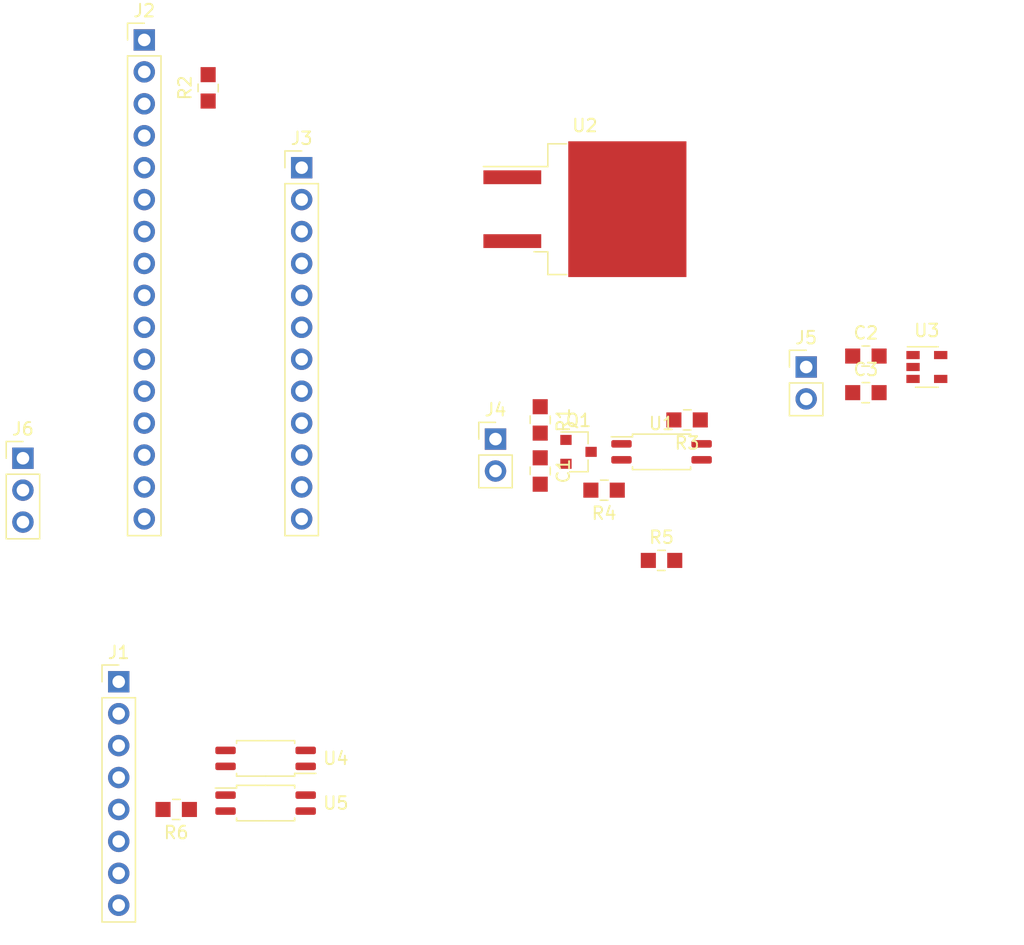
<source format=kicad_pcb>
(kicad_pcb (version 20171130) (host pcbnew 5.1.6-c6e7f7d~87~ubuntu16.04.1)

  (general
    (thickness 1.6)
    (drawings 0)
    (tracks 0)
    (zones 0)
    (modules 21)
    (nets 45)
  )

  (page A4)
  (layers
    (0 F.Cu signal)
    (31 B.Cu signal)
    (32 B.Adhes user)
    (33 F.Adhes user)
    (34 B.Paste user)
    (35 F.Paste user)
    (36 B.SilkS user)
    (37 F.SilkS user)
    (38 B.Mask user)
    (39 F.Mask user)
    (40 Dwgs.User user)
    (41 Cmts.User user)
    (42 Eco1.User user)
    (43 Eco2.User user)
    (44 Edge.Cuts user)
    (45 Margin user)
    (46 B.CrtYd user)
    (47 F.CrtYd user)
    (48 B.Fab user)
    (49 F.Fab user)
  )

  (setup
    (last_trace_width 0.25)
    (trace_clearance 0.2)
    (zone_clearance 0.508)
    (zone_45_only no)
    (trace_min 0.2)
    (via_size 0.8)
    (via_drill 0.4)
    (via_min_size 0.4)
    (via_min_drill 0.3)
    (uvia_size 0.3)
    (uvia_drill 0.1)
    (uvias_allowed no)
    (uvia_min_size 0.2)
    (uvia_min_drill 0.1)
    (edge_width 0.05)
    (segment_width 0.2)
    (pcb_text_width 0.3)
    (pcb_text_size 1.5 1.5)
    (mod_edge_width 0.12)
    (mod_text_size 1 1)
    (mod_text_width 0.15)
    (pad_size 1.524 1.524)
    (pad_drill 0.762)
    (pad_to_mask_clearance 0.05)
    (aux_axis_origin 0 0)
    (visible_elements FFFDFF7F)
    (pcbplotparams
      (layerselection 0x010fc_ffffffff)
      (usegerberextensions false)
      (usegerberattributes true)
      (usegerberadvancedattributes true)
      (creategerberjobfile true)
      (excludeedgelayer true)
      (linewidth 0.100000)
      (plotframeref false)
      (viasonmask false)
      (mode 1)
      (useauxorigin false)
      (hpglpennumber 1)
      (hpglpenspeed 20)
      (hpglpendiameter 15.000000)
      (psnegative false)
      (psa4output false)
      (plotreference true)
      (plotvalue true)
      (plotinvisibletext false)
      (padsonsilk false)
      (subtractmaskfromsilk false)
      (outputformat 1)
      (mirror false)
      (drillshape 1)
      (scaleselection 1)
      (outputdirectory ""))
  )

  (net 0 "")
  (net 1 "Net-(C1-Pad1)")
  (net 2 GND)
  (net 3 VM)
  (net 4 3V3_OUT)
  (net 5 SCL)
  (net 6 ~SLP)
  (net 7 1_TX)
  (net 8 0_RX)
  (net 9 14_MISO)
  (net 10 16_MOSI)
  (net 11 15_SCK)
  (net 12 23_A5)
  (net 13 22_A4)
  (net 14 21_A3)
  (net 15 20_A2)
  (net 16 19_A1)
  (net 17 18_A0)
  (net 18 ARf)
  (net 19 RST)
  (net 20 SDA)
  (net 21 5_PWM)
  (net 22 6)
  (net 23 9_PWM)
  (net 24 10_PWM)
  (net 25 11_PWM)
  (net 26 12)
  (net 27 13_GLED)
  (net 28 USB)
  (net 29 En)
  (net 30 BAT)
  (net 31 "Net-(Q1-Pad3)")
  (net 32 +12V)
  (net 33 "Net-(R4-Pad1)")
  (net 34 "Net-(C2-Pad1)")
  (net 35 +3V3)
  (net 36 "Net-(U3-Pad5)")
  (net 37 "Net-(U3-Pad4)")
  (net 38 "Net-(U3-Pad3)")
  (net 39 "Net-(U3-Pad2)")
  (net 40 "Net-(U3-Pad1)")
  (net 41 +5V)
  (net 42 ~FLT)
  (net 43 "Net-(R5-Pad2)")
  (net 44 "Net-(R6-Pad1)")

  (net_class Default "This is the default net class."
    (clearance 0.2)
    (trace_width 0.25)
    (via_dia 0.8)
    (via_drill 0.4)
    (uvia_dia 0.3)
    (uvia_drill 0.1)
    (add_net +12V)
    (add_net +3V3)
    (add_net +5V)
    (add_net 0_RX)
    (add_net 10_PWM)
    (add_net 11_PWM)
    (add_net 12)
    (add_net 13_GLED)
    (add_net 14_MISO)
    (add_net 15_SCK)
    (add_net 16_MOSI)
    (add_net 18_A0)
    (add_net 19_A1)
    (add_net 1_TX)
    (add_net 20_A2)
    (add_net 21_A3)
    (add_net 22_A4)
    (add_net 23_A5)
    (add_net 3V3_OUT)
    (add_net 5_PWM)
    (add_net 6)
    (add_net 9_PWM)
    (add_net ARf)
    (add_net BAT)
    (add_net En)
    (add_net GND)
    (add_net "Net-(C1-Pad1)")
    (add_net "Net-(C2-Pad1)")
    (add_net "Net-(Q1-Pad3)")
    (add_net "Net-(R4-Pad1)")
    (add_net "Net-(R5-Pad2)")
    (add_net "Net-(R6-Pad1)")
    (add_net "Net-(U3-Pad1)")
    (add_net "Net-(U3-Pad2)")
    (add_net "Net-(U3-Pad3)")
    (add_net "Net-(U3-Pad4)")
    (add_net "Net-(U3-Pad5)")
    (add_net RST)
    (add_net SCL)
    (add_net SDA)
    (add_net USB)
    (add_net VM)
    (add_net ~FLT)
    (add_net ~SLP)
  )

  (module Package_SO:SOP-4_4.4x2.6mm_P1.27mm (layer F.Cu) (tedit 5D9F72B1) (tstamp 5F41D55F)
    (at 123.952 143.256)
    (descr "SOP, 4 Pin (http://www.vishay.com/docs/83510/tcmt1100.pdf), generated with kicad-footprint-generator ipc_gullwing_generator.py")
    (tags "SOP SO")
    (path /5F4C527B)
    (attr smd)
    (fp_text reference U5 (at 5.588 0) (layer F.SilkS)
      (effects (font (size 1 1) (thickness 0.15)))
    )
    (fp_text value FODM217C (at 0 2.25) (layer F.Fab)
      (effects (font (size 1 1) (thickness 0.15)))
    )
    (fp_text user %R (at 0 0) (layer F.Fab)
      (effects (font (size 1 1) (thickness 0.15)))
    )
    (fp_line (start 0 1.41) (end 2.31 1.41) (layer F.SilkS) (width 0.12))
    (fp_line (start 2.31 1.41) (end 2.31 1.195) (layer F.SilkS) (width 0.12))
    (fp_line (start 0 1.41) (end -2.31 1.41) (layer F.SilkS) (width 0.12))
    (fp_line (start -2.31 1.41) (end -2.31 1.195) (layer F.SilkS) (width 0.12))
    (fp_line (start 0 -1.41) (end 2.31 -1.41) (layer F.SilkS) (width 0.12))
    (fp_line (start 2.31 -1.41) (end 2.31 -1.195) (layer F.SilkS) (width 0.12))
    (fp_line (start 0 -1.41) (end -2.31 -1.41) (layer F.SilkS) (width 0.12))
    (fp_line (start -2.31 -1.41) (end -2.31 -1.195) (layer F.SilkS) (width 0.12))
    (fp_line (start -2.31 -1.195) (end -4 -1.195) (layer F.SilkS) (width 0.12))
    (fp_line (start -1.55 -1.3) (end 2.2 -1.3) (layer F.Fab) (width 0.1))
    (fp_line (start 2.2 -1.3) (end 2.2 1.3) (layer F.Fab) (width 0.1))
    (fp_line (start 2.2 1.3) (end -2.2 1.3) (layer F.Fab) (width 0.1))
    (fp_line (start -2.2 1.3) (end -2.2 -0.65) (layer F.Fab) (width 0.1))
    (fp_line (start -2.2 -0.65) (end -1.55 -1.3) (layer F.Fab) (width 0.1))
    (fp_line (start -4.25 -1.55) (end -4.25 1.55) (layer F.CrtYd) (width 0.05))
    (fp_line (start -4.25 1.55) (end 4.25 1.55) (layer F.CrtYd) (width 0.05))
    (fp_line (start 4.25 1.55) (end 4.25 -1.55) (layer F.CrtYd) (width 0.05))
    (fp_line (start 4.25 -1.55) (end -4.25 -1.55) (layer F.CrtYd) (width 0.05))
    (pad 4 smd roundrect (at 3.1875 -0.635) (size 1.625 0.6) (layers F.Cu F.Paste F.Mask) (roundrect_rratio 0.25)
      (net 5 SCL))
    (pad 3 smd roundrect (at 3.1875 0.635) (size 1.625 0.6) (layers F.Cu F.Paste F.Mask) (roundrect_rratio 0.25)
      (net 2 GND))
    (pad 2 smd roundrect (at -3.1875 0.635) (size 1.625 0.6) (layers F.Cu F.Paste F.Mask) (roundrect_rratio 0.25)
      (net 44 "Net-(R6-Pad1)"))
    (pad 1 smd roundrect (at -3.1875 -0.635) (size 1.625 0.6) (layers F.Cu F.Paste F.Mask) (roundrect_rratio 0.25)
      (net 35 +3V3))
    (model ${KISYS3DMOD}/Package_SO.3dshapes/SOP-4_4.4x2.6mm_P1.27mm.wrl
      (at (xyz 0 0 0))
      (scale (xyz 1 1 1))
      (rotate (xyz 0 0 0))
    )
  )

  (module Package_SO:SOP-4_4.4x2.6mm_P1.27mm (layer F.Cu) (tedit 5D9F72B1) (tstamp 5F41CCD5)
    (at 123.952 139.7 180)
    (descr "SOP, 4 Pin (http://www.vishay.com/docs/83510/tcmt1100.pdf), generated with kicad-footprint-generator ipc_gullwing_generator.py")
    (tags "SOP SO")
    (path /5F4C0E6E)
    (attr smd)
    (fp_text reference U4 (at -5.588 0) (layer F.SilkS)
      (effects (font (size 1 1) (thickness 0.15)))
    )
    (fp_text value FODM217C (at 0 2.25) (layer F.Fab)
      (effects (font (size 1 1) (thickness 0.15)))
    )
    (fp_text user %R (at 0 0) (layer F.Fab)
      (effects (font (size 1 1) (thickness 0.15)))
    )
    (fp_line (start 0 1.41) (end 2.31 1.41) (layer F.SilkS) (width 0.12))
    (fp_line (start 2.31 1.41) (end 2.31 1.195) (layer F.SilkS) (width 0.12))
    (fp_line (start 0 1.41) (end -2.31 1.41) (layer F.SilkS) (width 0.12))
    (fp_line (start -2.31 1.41) (end -2.31 1.195) (layer F.SilkS) (width 0.12))
    (fp_line (start 0 -1.41) (end 2.31 -1.41) (layer F.SilkS) (width 0.12))
    (fp_line (start 2.31 -1.41) (end 2.31 -1.195) (layer F.SilkS) (width 0.12))
    (fp_line (start 0 -1.41) (end -2.31 -1.41) (layer F.SilkS) (width 0.12))
    (fp_line (start -2.31 -1.41) (end -2.31 -1.195) (layer F.SilkS) (width 0.12))
    (fp_line (start -2.31 -1.195) (end -4 -1.195) (layer F.SilkS) (width 0.12))
    (fp_line (start -1.55 -1.3) (end 2.2 -1.3) (layer F.Fab) (width 0.1))
    (fp_line (start 2.2 -1.3) (end 2.2 1.3) (layer F.Fab) (width 0.1))
    (fp_line (start 2.2 1.3) (end -2.2 1.3) (layer F.Fab) (width 0.1))
    (fp_line (start -2.2 1.3) (end -2.2 -0.65) (layer F.Fab) (width 0.1))
    (fp_line (start -2.2 -0.65) (end -1.55 -1.3) (layer F.Fab) (width 0.1))
    (fp_line (start -4.25 -1.55) (end -4.25 1.55) (layer F.CrtYd) (width 0.05))
    (fp_line (start -4.25 1.55) (end 4.25 1.55) (layer F.CrtYd) (width 0.05))
    (fp_line (start 4.25 1.55) (end 4.25 -1.55) (layer F.CrtYd) (width 0.05))
    (fp_line (start 4.25 -1.55) (end -4.25 -1.55) (layer F.CrtYd) (width 0.05))
    (pad 4 smd roundrect (at 3.1875 -0.635 180) (size 1.625 0.6) (layers F.Cu F.Paste F.Mask) (roundrect_rratio 0.25)
      (net 6 ~SLP))
    (pad 3 smd roundrect (at 3.1875 0.635 180) (size 1.625 0.6) (layers F.Cu F.Paste F.Mask) (roundrect_rratio 0.25)
      (net 2 GND))
    (pad 2 smd roundrect (at -3.1875 0.635 180) (size 1.625 0.6) (layers F.Cu F.Paste F.Mask) (roundrect_rratio 0.25)
      (net 2 GND))
    (pad 1 smd roundrect (at -3.1875 -0.635 180) (size 1.625 0.6) (layers F.Cu F.Paste F.Mask) (roundrect_rratio 0.25)
      (net 43 "Net-(R5-Pad2)"))
    (model ${KISYS3DMOD}/Package_SO.3dshapes/SOP-4_4.4x2.6mm_P1.27mm.wrl
      (at (xyz 0 0 0))
      (scale (xyz 1 1 1))
      (rotate (xyz 0 0 0))
    )
  )

  (module digikey-footprints:0805 (layer F.Cu) (tedit 5D288D36) (tstamp 5F41CC18)
    (at 116.84 143.764 180)
    (path /5F4CF50C)
    (attr smd)
    (fp_text reference R6 (at 0 -1.84) (layer F.SilkS)
      (effects (font (size 1 1) (thickness 0.15)))
    )
    (fp_text value 270 (at 0 1.95) (layer F.Fab)
      (effects (font (size 1 1) (thickness 0.15)))
    )
    (fp_line (start -1.9 0.93) (end 1.9 0.93) (layer F.CrtYd) (width 0.05))
    (fp_line (start -1.9 -0.93) (end 1.9 -0.93) (layer F.CrtYd) (width 0.05))
    (fp_line (start 1.9 0.93) (end 1.9 -0.93) (layer F.CrtYd) (width 0.05))
    (fp_line (start -1.9 0.93) (end -1.9 -0.93) (layer F.CrtYd) (width 0.05))
    (fp_line (start -0.32 0.8) (end 0.28 0.8) (layer F.SilkS) (width 0.12))
    (fp_line (start -0.3 -0.8) (end 0.3 -0.8) (layer F.SilkS) (width 0.12))
    (fp_line (start -0.95 0.68) (end 0.95 0.68) (layer F.Fab) (width 0.12))
    (fp_line (start -0.95 -0.68) (end 0.95 -0.68) (layer F.Fab) (width 0.12))
    (fp_line (start 0.95 -0.675) (end 0.95 0.675) (layer F.Fab) (width 0.12))
    (fp_line (start -0.95 -0.675) (end -0.95 0.675) (layer F.Fab) (width 0.12))
    (pad 1 smd rect (at -1.05 0 180) (size 1.2 1.2) (layers F.Cu F.Paste F.Mask)
      (net 44 "Net-(R6-Pad1)"))
    (pad 2 smd rect (at 1.05 0 180) (size 1.2 1.2) (layers F.Cu F.Paste F.Mask)
      (net 42 ~FLT))
  )

  (module digikey-footprints:0805 (layer F.Cu) (tedit 5D288D36) (tstamp 5F41CC08)
    (at 155.448 123.952)
    (path /5F4C46E8)
    (attr smd)
    (fp_text reference R5 (at 0 -1.84) (layer F.SilkS)
      (effects (font (size 1 1) (thickness 0.15)))
    )
    (fp_text value 1k (at 0 1.95) (layer F.Fab)
      (effects (font (size 1 1) (thickness 0.15)))
    )
    (fp_line (start -1.9 0.93) (end 1.9 0.93) (layer F.CrtYd) (width 0.05))
    (fp_line (start -1.9 -0.93) (end 1.9 -0.93) (layer F.CrtYd) (width 0.05))
    (fp_line (start 1.9 0.93) (end 1.9 -0.93) (layer F.CrtYd) (width 0.05))
    (fp_line (start -1.9 0.93) (end -1.9 -0.93) (layer F.CrtYd) (width 0.05))
    (fp_line (start -0.32 0.8) (end 0.28 0.8) (layer F.SilkS) (width 0.12))
    (fp_line (start -0.3 -0.8) (end 0.3 -0.8) (layer F.SilkS) (width 0.12))
    (fp_line (start -0.95 0.68) (end 0.95 0.68) (layer F.Fab) (width 0.12))
    (fp_line (start -0.95 -0.68) (end 0.95 -0.68) (layer F.Fab) (width 0.12))
    (fp_line (start 0.95 -0.675) (end 0.95 0.675) (layer F.Fab) (width 0.12))
    (fp_line (start -0.95 -0.675) (end -0.95 0.675) (layer F.Fab) (width 0.12))
    (pad 1 smd rect (at -1.05 0) (size 1.2 1.2) (layers F.Cu F.Paste F.Mask)
      (net 16 19_A1))
    (pad 2 smd rect (at 1.05 0) (size 1.2 1.2) (layers F.Cu F.Paste F.Mask)
      (net 43 "Net-(R5-Pad2)"))
  )

  (module Connector_PinHeader_2.54mm:PinHeader_1x03_P2.54mm_Vertical (layer F.Cu) (tedit 59FED5CC) (tstamp 5F41BF90)
    (at 104.648 115.824)
    (descr "Through hole straight pin header, 1x03, 2.54mm pitch, single row")
    (tags "Through hole pin header THT 1x03 2.54mm single row")
    (path /5F488D0C)
    (fp_text reference J6 (at 0 -2.33) (layer F.SilkS)
      (effects (font (size 1 1) (thickness 0.15)))
    )
    (fp_text value LCD (at 0 7.41) (layer F.Fab)
      (effects (font (size 1 1) (thickness 0.15)))
    )
    (fp_text user %R (at 0 2.54 90) (layer F.Fab)
      (effects (font (size 1 1) (thickness 0.15)))
    )
    (fp_line (start -0.635 -1.27) (end 1.27 -1.27) (layer F.Fab) (width 0.1))
    (fp_line (start 1.27 -1.27) (end 1.27 6.35) (layer F.Fab) (width 0.1))
    (fp_line (start 1.27 6.35) (end -1.27 6.35) (layer F.Fab) (width 0.1))
    (fp_line (start -1.27 6.35) (end -1.27 -0.635) (layer F.Fab) (width 0.1))
    (fp_line (start -1.27 -0.635) (end -0.635 -1.27) (layer F.Fab) (width 0.1))
    (fp_line (start -1.33 6.41) (end 1.33 6.41) (layer F.SilkS) (width 0.12))
    (fp_line (start -1.33 1.27) (end -1.33 6.41) (layer F.SilkS) (width 0.12))
    (fp_line (start 1.33 1.27) (end 1.33 6.41) (layer F.SilkS) (width 0.12))
    (fp_line (start -1.33 1.27) (end 1.33 1.27) (layer F.SilkS) (width 0.12))
    (fp_line (start -1.33 0) (end -1.33 -1.33) (layer F.SilkS) (width 0.12))
    (fp_line (start -1.33 -1.33) (end 0 -1.33) (layer F.SilkS) (width 0.12))
    (fp_line (start -1.8 -1.8) (end -1.8 6.85) (layer F.CrtYd) (width 0.05))
    (fp_line (start -1.8 6.85) (end 1.8 6.85) (layer F.CrtYd) (width 0.05))
    (fp_line (start 1.8 6.85) (end 1.8 -1.8) (layer F.CrtYd) (width 0.05))
    (fp_line (start 1.8 -1.8) (end -1.8 -1.8) (layer F.CrtYd) (width 0.05))
    (pad 3 thru_hole oval (at 0 5.08) (size 1.7 1.7) (drill 1) (layers *.Cu *.Mask)
      (net 2 GND))
    (pad 2 thru_hole oval (at 0 2.54) (size 1.7 1.7) (drill 1) (layers *.Cu *.Mask)
      (net 7 1_TX))
    (pad 1 thru_hole rect (at 0 0) (size 1.7 1.7) (drill 1) (layers *.Cu *.Mask)
      (net 41 +5V))
    (model ${KISYS3DMOD}/Connector_PinHeader_2.54mm.3dshapes/PinHeader_1x03_P2.54mm_Vertical.wrl
      (at (xyz 0 0 0))
      (scale (xyz 1 1 1))
      (rotate (xyz 0 0 0))
    )
  )

  (module Package_TO_SOT_SMD:SOT-23-5 (layer F.Cu) (tedit 5A02FF57) (tstamp 5F41BAB3)
    (at 176.554 108.566)
    (descr "5-pin SOT23 package")
    (tags SOT-23-5)
    (path /5F48B845)
    (attr smd)
    (fp_text reference U3 (at 0 -2.9) (layer F.SilkS)
      (effects (font (size 1 1) (thickness 0.15)))
    )
    (fp_text value SPX3819M5-L-5-0 (at 0 2.9) (layer F.Fab)
      (effects (font (size 1 1) (thickness 0.15)))
    )
    (fp_text user %R (at 0 0 90) (layer F.Fab)
      (effects (font (size 0.5 0.5) (thickness 0.075)))
    )
    (fp_line (start -0.9 1.61) (end 0.9 1.61) (layer F.SilkS) (width 0.12))
    (fp_line (start 0.9 -1.61) (end -1.55 -1.61) (layer F.SilkS) (width 0.12))
    (fp_line (start -1.9 -1.8) (end 1.9 -1.8) (layer F.CrtYd) (width 0.05))
    (fp_line (start 1.9 -1.8) (end 1.9 1.8) (layer F.CrtYd) (width 0.05))
    (fp_line (start 1.9 1.8) (end -1.9 1.8) (layer F.CrtYd) (width 0.05))
    (fp_line (start -1.9 1.8) (end -1.9 -1.8) (layer F.CrtYd) (width 0.05))
    (fp_line (start -0.9 -0.9) (end -0.25 -1.55) (layer F.Fab) (width 0.1))
    (fp_line (start 0.9 -1.55) (end -0.25 -1.55) (layer F.Fab) (width 0.1))
    (fp_line (start -0.9 -0.9) (end -0.9 1.55) (layer F.Fab) (width 0.1))
    (fp_line (start 0.9 1.55) (end -0.9 1.55) (layer F.Fab) (width 0.1))
    (fp_line (start 0.9 -1.55) (end 0.9 1.55) (layer F.Fab) (width 0.1))
    (pad 5 smd rect (at 1.1 -0.95) (size 1.06 0.65) (layers F.Cu F.Paste F.Mask)
      (net 36 "Net-(U3-Pad5)"))
    (pad 4 smd rect (at 1.1 0.95) (size 1.06 0.65) (layers F.Cu F.Paste F.Mask)
      (net 37 "Net-(U3-Pad4)"))
    (pad 3 smd rect (at -1.1 0.95) (size 1.06 0.65) (layers F.Cu F.Paste F.Mask)
      (net 38 "Net-(U3-Pad3)"))
    (pad 2 smd rect (at -1.1 0) (size 1.06 0.65) (layers F.Cu F.Paste F.Mask)
      (net 39 "Net-(U3-Pad2)"))
    (pad 1 smd rect (at -1.1 -0.95) (size 1.06 0.65) (layers F.Cu F.Paste F.Mask)
      (net 40 "Net-(U3-Pad1)"))
    (model ${KISYS3DMOD}/Package_TO_SOT_SMD.3dshapes/SOT-23-5.wrl
      (at (xyz 0 0 0))
      (scale (xyz 1 1 1))
      (rotate (xyz 0 0 0))
    )
  )

  (module Connector_PinHeader_2.54mm:PinHeader_1x02_P2.54mm_Vertical (layer F.Cu) (tedit 59FED5CC) (tstamp 5F41B9A7)
    (at 166.954 108.566)
    (descr "Through hole straight pin header, 1x02, 2.54mm pitch, single row")
    (tags "Through hole pin header THT 1x02 2.54mm single row")
    (path /5F47F0E8)
    (fp_text reference J5 (at 0 -2.33) (layer F.SilkS)
      (effects (font (size 1 1) (thickness 0.15)))
    )
    (fp_text value Power (at 0 4.87) (layer F.Fab)
      (effects (font (size 1 1) (thickness 0.15)))
    )
    (fp_text user %R (at 0 1.27 90) (layer F.Fab)
      (effects (font (size 1 1) (thickness 0.15)))
    )
    (fp_line (start -0.635 -1.27) (end 1.27 -1.27) (layer F.Fab) (width 0.1))
    (fp_line (start 1.27 -1.27) (end 1.27 3.81) (layer F.Fab) (width 0.1))
    (fp_line (start 1.27 3.81) (end -1.27 3.81) (layer F.Fab) (width 0.1))
    (fp_line (start -1.27 3.81) (end -1.27 -0.635) (layer F.Fab) (width 0.1))
    (fp_line (start -1.27 -0.635) (end -0.635 -1.27) (layer F.Fab) (width 0.1))
    (fp_line (start -1.33 3.87) (end 1.33 3.87) (layer F.SilkS) (width 0.12))
    (fp_line (start -1.33 1.27) (end -1.33 3.87) (layer F.SilkS) (width 0.12))
    (fp_line (start 1.33 1.27) (end 1.33 3.87) (layer F.SilkS) (width 0.12))
    (fp_line (start -1.33 1.27) (end 1.33 1.27) (layer F.SilkS) (width 0.12))
    (fp_line (start -1.33 0) (end -1.33 -1.33) (layer F.SilkS) (width 0.12))
    (fp_line (start -1.33 -1.33) (end 0 -1.33) (layer F.SilkS) (width 0.12))
    (fp_line (start -1.8 -1.8) (end -1.8 4.35) (layer F.CrtYd) (width 0.05))
    (fp_line (start -1.8 4.35) (end 1.8 4.35) (layer F.CrtYd) (width 0.05))
    (fp_line (start 1.8 4.35) (end 1.8 -1.8) (layer F.CrtYd) (width 0.05))
    (fp_line (start 1.8 -1.8) (end -1.8 -1.8) (layer F.CrtYd) (width 0.05))
    (pad 2 thru_hole oval (at 0 2.54) (size 1.7 1.7) (drill 1) (layers *.Cu *.Mask)
      (net 2 GND))
    (pad 1 thru_hole rect (at 0 0) (size 1.7 1.7) (drill 1) (layers *.Cu *.Mask)
      (net 34 "Net-(C2-Pad1)"))
    (model ${KISYS3DMOD}/Connector_PinHeader_2.54mm.3dshapes/PinHeader_1x02_P2.54mm_Vertical.wrl
      (at (xyz 0 0 0))
      (scale (xyz 1 1 1))
      (rotate (xyz 0 0 0))
    )
  )

  (module digikey-footprints:0805 (layer F.Cu) (tedit 5D288D36) (tstamp 5F41B8AD)
    (at 171.704 110.606)
    (path /5F483BF1)
    (attr smd)
    (fp_text reference C3 (at 0 -1.84) (layer F.SilkS)
      (effects (font (size 1 1) (thickness 0.15)))
    )
    (fp_text value C (at 0 1.95) (layer F.Fab)
      (effects (font (size 1 1) (thickness 0.15)))
    )
    (fp_line (start -1.9 0.93) (end 1.9 0.93) (layer F.CrtYd) (width 0.05))
    (fp_line (start -1.9 -0.93) (end 1.9 -0.93) (layer F.CrtYd) (width 0.05))
    (fp_line (start 1.9 0.93) (end 1.9 -0.93) (layer F.CrtYd) (width 0.05))
    (fp_line (start -1.9 0.93) (end -1.9 -0.93) (layer F.CrtYd) (width 0.05))
    (fp_line (start -0.32 0.8) (end 0.28 0.8) (layer F.SilkS) (width 0.12))
    (fp_line (start -0.3 -0.8) (end 0.3 -0.8) (layer F.SilkS) (width 0.12))
    (fp_line (start -0.95 0.68) (end 0.95 0.68) (layer F.Fab) (width 0.12))
    (fp_line (start -0.95 -0.68) (end 0.95 -0.68) (layer F.Fab) (width 0.12))
    (fp_line (start 0.95 -0.675) (end 0.95 0.675) (layer F.Fab) (width 0.12))
    (fp_line (start -0.95 -0.675) (end -0.95 0.675) (layer F.Fab) (width 0.12))
    (pad 1 smd rect (at -1.05 0) (size 1.2 1.2) (layers F.Cu F.Paste F.Mask)
      (net 32 +12V))
    (pad 2 smd rect (at 1.05 0) (size 1.2 1.2) (layers F.Cu F.Paste F.Mask)
      (net 2 GND))
  )

  (module digikey-footprints:0805 (layer F.Cu) (tedit 5D288D36) (tstamp 5F41B89D)
    (at 171.704 107.696)
    (path /5F4816DB)
    (attr smd)
    (fp_text reference C2 (at 0 -1.84) (layer F.SilkS)
      (effects (font (size 1 1) (thickness 0.15)))
    )
    (fp_text value C (at 0 1.95) (layer F.Fab)
      (effects (font (size 1 1) (thickness 0.15)))
    )
    (fp_line (start -1.9 0.93) (end 1.9 0.93) (layer F.CrtYd) (width 0.05))
    (fp_line (start -1.9 -0.93) (end 1.9 -0.93) (layer F.CrtYd) (width 0.05))
    (fp_line (start 1.9 0.93) (end 1.9 -0.93) (layer F.CrtYd) (width 0.05))
    (fp_line (start -1.9 0.93) (end -1.9 -0.93) (layer F.CrtYd) (width 0.05))
    (fp_line (start -0.32 0.8) (end 0.28 0.8) (layer F.SilkS) (width 0.12))
    (fp_line (start -0.3 -0.8) (end 0.3 -0.8) (layer F.SilkS) (width 0.12))
    (fp_line (start -0.95 0.68) (end 0.95 0.68) (layer F.Fab) (width 0.12))
    (fp_line (start -0.95 -0.68) (end 0.95 -0.68) (layer F.Fab) (width 0.12))
    (fp_line (start 0.95 -0.675) (end 0.95 0.675) (layer F.Fab) (width 0.12))
    (fp_line (start -0.95 -0.675) (end -0.95 0.675) (layer F.Fab) (width 0.12))
    (pad 1 smd rect (at -1.05 0) (size 1.2 1.2) (layers F.Cu F.Paste F.Mask)
      (net 34 "Net-(C2-Pad1)"))
    (pad 2 smd rect (at 1.05 0) (size 1.2 1.2) (layers F.Cu F.Paste F.Mask)
      (net 2 GND))
  )

  (module Package_TO_SOT_SMD:TO-263-2 (layer F.Cu) (tedit 5A70FB7B) (tstamp 5F41B5E8)
    (at 149.352 96.012)
    (descr "TO-263 / D2PAK / DDPAK SMD package, http://www.infineon.com/cms/en/product/packages/PG-TO263/PG-TO263-3-1/")
    (tags "D2PAK DDPAK TO-263 D2PAK-3 TO-263-3 SOT-404")
    (path /5F47CA29)
    (attr smd)
    (fp_text reference U2 (at 0 -6.65) (layer F.SilkS)
      (effects (font (size 1 1) (thickness 0.15)))
    )
    (fp_text value NCV8674 (at 0 6.65) (layer F.Fab)
      (effects (font (size 1 1) (thickness 0.15)))
    )
    (fp_text user %R (at 0 0) (layer F.Fab)
      (effects (font (size 1 1) (thickness 0.15)))
    )
    (fp_line (start 6.5 -5) (end 7.5 -5) (layer F.Fab) (width 0.1))
    (fp_line (start 7.5 -5) (end 7.5 5) (layer F.Fab) (width 0.1))
    (fp_line (start 7.5 5) (end 6.5 5) (layer F.Fab) (width 0.1))
    (fp_line (start 6.5 -5) (end 6.5 5) (layer F.Fab) (width 0.1))
    (fp_line (start 6.5 5) (end -2.75 5) (layer F.Fab) (width 0.1))
    (fp_line (start -2.75 5) (end -2.75 -4) (layer F.Fab) (width 0.1))
    (fp_line (start -2.75 -4) (end -1.75 -5) (layer F.Fab) (width 0.1))
    (fp_line (start -1.75 -5) (end 6.5 -5) (layer F.Fab) (width 0.1))
    (fp_line (start -2.75 -3.04) (end -7.45 -3.04) (layer F.Fab) (width 0.1))
    (fp_line (start -7.45 -3.04) (end -7.45 -2.04) (layer F.Fab) (width 0.1))
    (fp_line (start -7.45 -2.04) (end -2.75 -2.04) (layer F.Fab) (width 0.1))
    (fp_line (start -2.75 2.04) (end -7.45 2.04) (layer F.Fab) (width 0.1))
    (fp_line (start -7.45 2.04) (end -7.45 3.04) (layer F.Fab) (width 0.1))
    (fp_line (start -7.45 3.04) (end -2.75 3.04) (layer F.Fab) (width 0.1))
    (fp_line (start -1.45 -5.2) (end -2.95 -5.2) (layer F.SilkS) (width 0.12))
    (fp_line (start -2.95 -5.2) (end -2.95 -3.39) (layer F.SilkS) (width 0.12))
    (fp_line (start -2.95 -3.39) (end -8.075 -3.39) (layer F.SilkS) (width 0.12))
    (fp_line (start -1.45 5.2) (end -2.95 5.2) (layer F.SilkS) (width 0.12))
    (fp_line (start -2.95 5.2) (end -2.95 3.39) (layer F.SilkS) (width 0.12))
    (fp_line (start -2.95 3.39) (end -4.05 3.39) (layer F.SilkS) (width 0.12))
    (fp_line (start -8.32 -5.65) (end -8.32 5.65) (layer F.CrtYd) (width 0.05))
    (fp_line (start -8.32 5.65) (end 8.32 5.65) (layer F.CrtYd) (width 0.05))
    (fp_line (start 8.32 5.65) (end 8.32 -5.65) (layer F.CrtYd) (width 0.05))
    (fp_line (start 8.32 -5.65) (end -8.32 -5.65) (layer F.CrtYd) (width 0.05))
    (pad "" smd rect (at 0.95 2.775) (size 4.55 5.25) (layers F.Paste))
    (pad "" smd rect (at 5.8 -2.775) (size 4.55 5.25) (layers F.Paste))
    (pad "" smd rect (at 0.95 -2.775) (size 4.55 5.25) (layers F.Paste))
    (pad "" smd rect (at 5.8 2.775) (size 4.55 5.25) (layers F.Paste))
    (pad 2 smd rect (at 3.375 0) (size 9.4 10.8) (layers F.Cu F.Mask)
      (net 2 GND))
    (pad 3 smd rect (at -5.775 2.54) (size 4.6 1.1) (layers F.Cu F.Paste F.Mask)
      (net 32 +12V))
    (pad 1 smd rect (at -5.775 -2.54) (size 4.6 1.1) (layers F.Cu F.Paste F.Mask)
      (net 34 "Net-(C2-Pad1)"))
    (model ${KISYS3DMOD}/Package_TO_SOT_SMD.3dshapes/TO-263-2.wrl
      (at (xyz 0 0 0))
      (scale (xyz 1 1 1))
      (rotate (xyz 0 0 0))
    )
  )

  (module Package_SO:SOP-4_4.4x2.6mm_P1.27mm (layer F.Cu) (tedit 5D9F72B1) (tstamp 5F41B080)
    (at 155.448 115.316)
    (descr "SOP, 4 Pin (http://www.vishay.com/docs/83510/tcmt1100.pdf), generated with kicad-footprint-generator ipc_gullwing_generator.py")
    (tags "SOP SO")
    (path /5F46B270)
    (attr smd)
    (fp_text reference U1 (at 0 -2.25) (layer F.SilkS)
      (effects (font (size 1 1) (thickness 0.15)))
    )
    (fp_text value FODM217C (at 0 2.25) (layer F.Fab)
      (effects (font (size 1 1) (thickness 0.15)))
    )
    (fp_text user %R (at 0 0) (layer F.Fab)
      (effects (font (size 1 1) (thickness 0.15)))
    )
    (fp_line (start 0 1.41) (end 2.31 1.41) (layer F.SilkS) (width 0.12))
    (fp_line (start 2.31 1.41) (end 2.31 1.195) (layer F.SilkS) (width 0.12))
    (fp_line (start 0 1.41) (end -2.31 1.41) (layer F.SilkS) (width 0.12))
    (fp_line (start -2.31 1.41) (end -2.31 1.195) (layer F.SilkS) (width 0.12))
    (fp_line (start 0 -1.41) (end 2.31 -1.41) (layer F.SilkS) (width 0.12))
    (fp_line (start 2.31 -1.41) (end 2.31 -1.195) (layer F.SilkS) (width 0.12))
    (fp_line (start 0 -1.41) (end -2.31 -1.41) (layer F.SilkS) (width 0.12))
    (fp_line (start -2.31 -1.41) (end -2.31 -1.195) (layer F.SilkS) (width 0.12))
    (fp_line (start -2.31 -1.195) (end -4 -1.195) (layer F.SilkS) (width 0.12))
    (fp_line (start -1.55 -1.3) (end 2.2 -1.3) (layer F.Fab) (width 0.1))
    (fp_line (start 2.2 -1.3) (end 2.2 1.3) (layer F.Fab) (width 0.1))
    (fp_line (start 2.2 1.3) (end -2.2 1.3) (layer F.Fab) (width 0.1))
    (fp_line (start -2.2 1.3) (end -2.2 -0.65) (layer F.Fab) (width 0.1))
    (fp_line (start -2.2 -0.65) (end -1.55 -1.3) (layer F.Fab) (width 0.1))
    (fp_line (start -4.25 -1.55) (end -4.25 1.55) (layer F.CrtYd) (width 0.05))
    (fp_line (start -4.25 1.55) (end 4.25 1.55) (layer F.CrtYd) (width 0.05))
    (fp_line (start 4.25 1.55) (end 4.25 -1.55) (layer F.CrtYd) (width 0.05))
    (fp_line (start 4.25 -1.55) (end -4.25 -1.55) (layer F.CrtYd) (width 0.05))
    (pad 4 smd roundrect (at 3.1875 -0.635) (size 1.625 0.6) (layers F.Cu F.Paste F.Mask) (roundrect_rratio 0.25)
      (net 8 0_RX))
    (pad 3 smd roundrect (at 3.1875 0.635) (size 1.625 0.6) (layers F.Cu F.Paste F.Mask) (roundrect_rratio 0.25)
      (net 2 GND))
    (pad 2 smd roundrect (at -3.1875 0.635) (size 1.625 0.6) (layers F.Cu F.Paste F.Mask) (roundrect_rratio 0.25)
      (net 33 "Net-(R4-Pad1)"))
    (pad 1 smd roundrect (at -3.1875 -0.635) (size 1.625 0.6) (layers F.Cu F.Paste F.Mask) (roundrect_rratio 0.25)
      (net 32 +12V))
    (model ${KISYS3DMOD}/Package_SO.3dshapes/SOP-4_4.4x2.6mm_P1.27mm.wrl
      (at (xyz 0 0 0))
      (scale (xyz 1 1 1))
      (rotate (xyz 0 0 0))
    )
  )

  (module digikey-footprints:0805 (layer F.Cu) (tedit 5D288D36) (tstamp 5F41A524)
    (at 150.876 118.364 180)
    (path /5F42C00E)
    (attr smd)
    (fp_text reference R4 (at 0 -1.84) (layer F.SilkS)
      (effects (font (size 1 1) (thickness 0.15)))
    )
    (fp_text value 1k (at 0 1.95) (layer F.Fab)
      (effects (font (size 1 1) (thickness 0.15)))
    )
    (fp_line (start -1.9 0.93) (end 1.9 0.93) (layer F.CrtYd) (width 0.05))
    (fp_line (start -1.9 -0.93) (end 1.9 -0.93) (layer F.CrtYd) (width 0.05))
    (fp_line (start 1.9 0.93) (end 1.9 -0.93) (layer F.CrtYd) (width 0.05))
    (fp_line (start -1.9 0.93) (end -1.9 -0.93) (layer F.CrtYd) (width 0.05))
    (fp_line (start -0.32 0.8) (end 0.28 0.8) (layer F.SilkS) (width 0.12))
    (fp_line (start -0.3 -0.8) (end 0.3 -0.8) (layer F.SilkS) (width 0.12))
    (fp_line (start -0.95 0.68) (end 0.95 0.68) (layer F.Fab) (width 0.12))
    (fp_line (start -0.95 -0.68) (end 0.95 -0.68) (layer F.Fab) (width 0.12))
    (fp_line (start 0.95 -0.675) (end 0.95 0.675) (layer F.Fab) (width 0.12))
    (fp_line (start -0.95 -0.675) (end -0.95 0.675) (layer F.Fab) (width 0.12))
    (pad 1 smd rect (at -1.05 0 180) (size 1.2 1.2) (layers F.Cu F.Paste F.Mask)
      (net 33 "Net-(R4-Pad1)"))
    (pad 2 smd rect (at 1.05 0 180) (size 1.2 1.2) (layers F.Cu F.Paste F.Mask)
      (net 31 "Net-(Q1-Pad3)"))
  )

  (module digikey-footprints:0805 (layer F.Cu) (tedit 5D288D36) (tstamp 5F41A514)
    (at 157.48 112.776 180)
    (path /5F45375C)
    (attr smd)
    (fp_text reference R3 (at 0 -1.84) (layer F.SilkS)
      (effects (font (size 1 1) (thickness 0.15)))
    )
    (fp_text value 10k (at 0 1.95) (layer F.Fab)
      (effects (font (size 1 1) (thickness 0.15)))
    )
    (fp_line (start -1.9 0.93) (end 1.9 0.93) (layer F.CrtYd) (width 0.05))
    (fp_line (start -1.9 -0.93) (end 1.9 -0.93) (layer F.CrtYd) (width 0.05))
    (fp_line (start 1.9 0.93) (end 1.9 -0.93) (layer F.CrtYd) (width 0.05))
    (fp_line (start -1.9 0.93) (end -1.9 -0.93) (layer F.CrtYd) (width 0.05))
    (fp_line (start -0.32 0.8) (end 0.28 0.8) (layer F.SilkS) (width 0.12))
    (fp_line (start -0.3 -0.8) (end 0.3 -0.8) (layer F.SilkS) (width 0.12))
    (fp_line (start -0.95 0.68) (end 0.95 0.68) (layer F.Fab) (width 0.12))
    (fp_line (start -0.95 -0.68) (end 0.95 -0.68) (layer F.Fab) (width 0.12))
    (fp_line (start 0.95 -0.675) (end 0.95 0.675) (layer F.Fab) (width 0.12))
    (fp_line (start -0.95 -0.675) (end -0.95 0.675) (layer F.Fab) (width 0.12))
    (pad 1 smd rect (at -1.05 0 180) (size 1.2 1.2) (layers F.Cu F.Paste F.Mask)
      (net 8 0_RX))
    (pad 2 smd rect (at 1.05 0 180) (size 1.2 1.2) (layers F.Cu F.Paste F.Mask)
      (net 35 +3V3))
  )

  (module digikey-footprints:0805 (layer F.Cu) (tedit 5D288D36) (tstamp 5F41A504)
    (at 119.38 86.36 90)
    (path /5F462174)
    (attr smd)
    (fp_text reference R2 (at 0 -1.84 90) (layer F.SilkS)
      (effects (font (size 1 1) (thickness 0.15)))
    )
    (fp_text value 10k (at 0 1.95 90) (layer F.Fab)
      (effects (font (size 1 1) (thickness 0.15)))
    )
    (fp_line (start -1.9 0.93) (end 1.9 0.93) (layer F.CrtYd) (width 0.05))
    (fp_line (start -1.9 -0.93) (end 1.9 -0.93) (layer F.CrtYd) (width 0.05))
    (fp_line (start 1.9 0.93) (end 1.9 -0.93) (layer F.CrtYd) (width 0.05))
    (fp_line (start -1.9 0.93) (end -1.9 -0.93) (layer F.CrtYd) (width 0.05))
    (fp_line (start -0.32 0.8) (end 0.28 0.8) (layer F.SilkS) (width 0.12))
    (fp_line (start -0.3 -0.8) (end 0.3 -0.8) (layer F.SilkS) (width 0.12))
    (fp_line (start -0.95 0.68) (end 0.95 0.68) (layer F.Fab) (width 0.12))
    (fp_line (start -0.95 -0.68) (end 0.95 -0.68) (layer F.Fab) (width 0.12))
    (fp_line (start 0.95 -0.675) (end 0.95 0.675) (layer F.Fab) (width 0.12))
    (fp_line (start -0.95 -0.675) (end -0.95 0.675) (layer F.Fab) (width 0.12))
    (pad 1 smd rect (at -1.05 0 90) (size 1.2 1.2) (layers F.Cu F.Paste F.Mask)
      (net 5 SCL))
    (pad 2 smd rect (at 1.05 0 90) (size 1.2 1.2) (layers F.Cu F.Paste F.Mask)
      (net 35 +3V3))
  )

  (module digikey-footprints:0805 (layer F.Cu) (tedit 5D288D36) (tstamp 5F41A4F4)
    (at 145.796 112.776 270)
    (path /5F41FF3E)
    (attr smd)
    (fp_text reference R1 (at 0 -1.84 90) (layer F.SilkS)
      (effects (font (size 1 1) (thickness 0.15)))
    )
    (fp_text value 10k (at 0 1.95 90) (layer F.Fab)
      (effects (font (size 1 1) (thickness 0.15)))
    )
    (fp_line (start -1.9 0.93) (end 1.9 0.93) (layer F.CrtYd) (width 0.05))
    (fp_line (start -1.9 -0.93) (end 1.9 -0.93) (layer F.CrtYd) (width 0.05))
    (fp_line (start 1.9 0.93) (end 1.9 -0.93) (layer F.CrtYd) (width 0.05))
    (fp_line (start -1.9 0.93) (end -1.9 -0.93) (layer F.CrtYd) (width 0.05))
    (fp_line (start -0.32 0.8) (end 0.28 0.8) (layer F.SilkS) (width 0.12))
    (fp_line (start -0.3 -0.8) (end 0.3 -0.8) (layer F.SilkS) (width 0.12))
    (fp_line (start -0.95 0.68) (end 0.95 0.68) (layer F.Fab) (width 0.12))
    (fp_line (start -0.95 -0.68) (end 0.95 -0.68) (layer F.Fab) (width 0.12))
    (fp_line (start 0.95 -0.675) (end 0.95 0.675) (layer F.Fab) (width 0.12))
    (fp_line (start -0.95 -0.675) (end -0.95 0.675) (layer F.Fab) (width 0.12))
    (pad 1 smd rect (at -1.05 0 270) (size 1.2 1.2) (layers F.Cu F.Paste F.Mask)
      (net 32 +12V))
    (pad 2 smd rect (at 1.05 0 270) (size 1.2 1.2) (layers F.Cu F.Paste F.Mask)
      (net 1 "Net-(C1-Pad1)"))
  )

  (module Package_TO_SOT_SMD:SOT-23 (layer F.Cu) (tedit 5A02FF57) (tstamp 5F41A4E4)
    (at 148.844 115.316)
    (descr "SOT-23, Standard")
    (tags SOT-23)
    (path /5F4281A4)
    (attr smd)
    (fp_text reference Q1 (at 0 -2.5) (layer F.SilkS)
      (effects (font (size 1 1) (thickness 0.15)))
    )
    (fp_text value DMG3414U (at 0 2.5) (layer F.Fab)
      (effects (font (size 1 1) (thickness 0.15)))
    )
    (fp_text user %R (at 0 0 90) (layer F.Fab)
      (effects (font (size 0.5 0.5) (thickness 0.075)))
    )
    (fp_line (start -0.7 -0.95) (end -0.7 1.5) (layer F.Fab) (width 0.1))
    (fp_line (start -0.15 -1.52) (end 0.7 -1.52) (layer F.Fab) (width 0.1))
    (fp_line (start -0.7 -0.95) (end -0.15 -1.52) (layer F.Fab) (width 0.1))
    (fp_line (start 0.7 -1.52) (end 0.7 1.52) (layer F.Fab) (width 0.1))
    (fp_line (start -0.7 1.52) (end 0.7 1.52) (layer F.Fab) (width 0.1))
    (fp_line (start 0.76 1.58) (end 0.76 0.65) (layer F.SilkS) (width 0.12))
    (fp_line (start 0.76 -1.58) (end 0.76 -0.65) (layer F.SilkS) (width 0.12))
    (fp_line (start -1.7 -1.75) (end 1.7 -1.75) (layer F.CrtYd) (width 0.05))
    (fp_line (start 1.7 -1.75) (end 1.7 1.75) (layer F.CrtYd) (width 0.05))
    (fp_line (start 1.7 1.75) (end -1.7 1.75) (layer F.CrtYd) (width 0.05))
    (fp_line (start -1.7 1.75) (end -1.7 -1.75) (layer F.CrtYd) (width 0.05))
    (fp_line (start 0.76 -1.58) (end -1.4 -1.58) (layer F.SilkS) (width 0.12))
    (fp_line (start 0.76 1.58) (end -0.7 1.58) (layer F.SilkS) (width 0.12))
    (pad 3 smd rect (at 1 0) (size 0.9 0.8) (layers F.Cu F.Paste F.Mask)
      (net 31 "Net-(Q1-Pad3)"))
    (pad 2 smd rect (at -1 0.95) (size 0.9 0.8) (layers F.Cu F.Paste F.Mask)
      (net 2 GND))
    (pad 1 smd rect (at -1 -0.95) (size 0.9 0.8) (layers F.Cu F.Paste F.Mask)
      (net 1 "Net-(C1-Pad1)"))
    (model ${KISYS3DMOD}/Package_TO_SOT_SMD.3dshapes/SOT-23.wrl
      (at (xyz 0 0 0))
      (scale (xyz 1 1 1))
      (rotate (xyz 0 0 0))
    )
  )

  (module Connector_PinHeader_2.54mm:PinHeader_1x02_P2.54mm_Vertical (layer F.Cu) (tedit 59FED5CC) (tstamp 5F41A4CF)
    (at 142.24 114.3)
    (descr "Through hole straight pin header, 1x02, 2.54mm pitch, single row")
    (tags "Through hole pin header THT 1x02 2.54mm single row")
    (path /5F425A7B)
    (fp_text reference J4 (at 0 -2.33) (layer F.SilkS)
      (effects (font (size 1 1) (thickness 0.15)))
    )
    (fp_text value Sensor (at 0 4.87) (layer F.Fab)
      (effects (font (size 1 1) (thickness 0.15)))
    )
    (fp_text user %R (at 0 1.27 90) (layer F.Fab)
      (effects (font (size 1 1) (thickness 0.15)))
    )
    (fp_line (start -0.635 -1.27) (end 1.27 -1.27) (layer F.Fab) (width 0.1))
    (fp_line (start 1.27 -1.27) (end 1.27 3.81) (layer F.Fab) (width 0.1))
    (fp_line (start 1.27 3.81) (end -1.27 3.81) (layer F.Fab) (width 0.1))
    (fp_line (start -1.27 3.81) (end -1.27 -0.635) (layer F.Fab) (width 0.1))
    (fp_line (start -1.27 -0.635) (end -0.635 -1.27) (layer F.Fab) (width 0.1))
    (fp_line (start -1.33 3.87) (end 1.33 3.87) (layer F.SilkS) (width 0.12))
    (fp_line (start -1.33 1.27) (end -1.33 3.87) (layer F.SilkS) (width 0.12))
    (fp_line (start 1.33 1.27) (end 1.33 3.87) (layer F.SilkS) (width 0.12))
    (fp_line (start -1.33 1.27) (end 1.33 1.27) (layer F.SilkS) (width 0.12))
    (fp_line (start -1.33 0) (end -1.33 -1.33) (layer F.SilkS) (width 0.12))
    (fp_line (start -1.33 -1.33) (end 0 -1.33) (layer F.SilkS) (width 0.12))
    (fp_line (start -1.8 -1.8) (end -1.8 4.35) (layer F.CrtYd) (width 0.05))
    (fp_line (start -1.8 4.35) (end 1.8 4.35) (layer F.CrtYd) (width 0.05))
    (fp_line (start 1.8 4.35) (end 1.8 -1.8) (layer F.CrtYd) (width 0.05))
    (fp_line (start 1.8 -1.8) (end -1.8 -1.8) (layer F.CrtYd) (width 0.05))
    (pad 2 thru_hole oval (at 0 2.54) (size 1.7 1.7) (drill 1) (layers *.Cu *.Mask)
      (net 2 GND))
    (pad 1 thru_hole rect (at 0 0) (size 1.7 1.7) (drill 1) (layers *.Cu *.Mask)
      (net 1 "Net-(C1-Pad1)"))
    (model ${KISYS3DMOD}/Connector_PinHeader_2.54mm.3dshapes/PinHeader_1x02_P2.54mm_Vertical.wrl
      (at (xyz 0 0 0))
      (scale (xyz 1 1 1))
      (rotate (xyz 0 0 0))
    )
  )

  (module Connector_PinHeader_2.54mm:PinHeader_1x12_P2.54mm_Vertical (layer F.Cu) (tedit 59FED5CC) (tstamp 5F41A4B9)
    (at 126.82 92.71)
    (descr "Through hole straight pin header, 1x12, 2.54mm pitch, single row")
    (tags "Through hole pin header THT 1x12 2.54mm single row")
    (path /5F435BC0)
    (fp_text reference J3 (at 0 -2.33) (layer F.SilkS)
      (effects (font (size 1 1) (thickness 0.15)))
    )
    (fp_text value feather32u4 (at 0 30.27) (layer F.Fab)
      (effects (font (size 1 1) (thickness 0.15)))
    )
    (fp_text user %R (at 0 13.97 90) (layer F.Fab)
      (effects (font (size 1 1) (thickness 0.15)))
    )
    (fp_line (start -0.635 -1.27) (end 1.27 -1.27) (layer F.Fab) (width 0.1))
    (fp_line (start 1.27 -1.27) (end 1.27 29.21) (layer F.Fab) (width 0.1))
    (fp_line (start 1.27 29.21) (end -1.27 29.21) (layer F.Fab) (width 0.1))
    (fp_line (start -1.27 29.21) (end -1.27 -0.635) (layer F.Fab) (width 0.1))
    (fp_line (start -1.27 -0.635) (end -0.635 -1.27) (layer F.Fab) (width 0.1))
    (fp_line (start -1.33 29.27) (end 1.33 29.27) (layer F.SilkS) (width 0.12))
    (fp_line (start -1.33 1.27) (end -1.33 29.27) (layer F.SilkS) (width 0.12))
    (fp_line (start 1.33 1.27) (end 1.33 29.27) (layer F.SilkS) (width 0.12))
    (fp_line (start -1.33 1.27) (end 1.33 1.27) (layer F.SilkS) (width 0.12))
    (fp_line (start -1.33 0) (end -1.33 -1.33) (layer F.SilkS) (width 0.12))
    (fp_line (start -1.33 -1.33) (end 0 -1.33) (layer F.SilkS) (width 0.12))
    (fp_line (start -1.8 -1.8) (end -1.8 29.75) (layer F.CrtYd) (width 0.05))
    (fp_line (start -1.8 29.75) (end 1.8 29.75) (layer F.CrtYd) (width 0.05))
    (fp_line (start 1.8 29.75) (end 1.8 -1.8) (layer F.CrtYd) (width 0.05))
    (fp_line (start 1.8 -1.8) (end -1.8 -1.8) (layer F.CrtYd) (width 0.05))
    (pad 12 thru_hole oval (at 0 27.94) (size 1.7 1.7) (drill 1) (layers *.Cu *.Mask)
      (net 20 SDA))
    (pad 11 thru_hole oval (at 0 25.4) (size 1.7 1.7) (drill 1) (layers *.Cu *.Mask)
      (net 5 SCL))
    (pad 10 thru_hole oval (at 0 22.86) (size 1.7 1.7) (drill 1) (layers *.Cu *.Mask)
      (net 21 5_PWM))
    (pad 9 thru_hole oval (at 0 20.32) (size 1.7 1.7) (drill 1) (layers *.Cu *.Mask)
      (net 22 6))
    (pad 8 thru_hole oval (at 0 17.78) (size 1.7 1.7) (drill 1) (layers *.Cu *.Mask)
      (net 23 9_PWM))
    (pad 7 thru_hole oval (at 0 15.24) (size 1.7 1.7) (drill 1) (layers *.Cu *.Mask)
      (net 24 10_PWM))
    (pad 6 thru_hole oval (at 0 12.7) (size 1.7 1.7) (drill 1) (layers *.Cu *.Mask)
      (net 25 11_PWM))
    (pad 5 thru_hole oval (at 0 10.16) (size 1.7 1.7) (drill 1) (layers *.Cu *.Mask)
      (net 26 12))
    (pad 4 thru_hole oval (at 0 7.62) (size 1.7 1.7) (drill 1) (layers *.Cu *.Mask)
      (net 27 13_GLED))
    (pad 3 thru_hole oval (at 0 5.08) (size 1.7 1.7) (drill 1) (layers *.Cu *.Mask)
      (net 28 USB))
    (pad 2 thru_hole oval (at 0 2.54) (size 1.7 1.7) (drill 1) (layers *.Cu *.Mask)
      (net 29 En))
    (pad 1 thru_hole rect (at 0 0) (size 1.7 1.7) (drill 1) (layers *.Cu *.Mask)
      (net 30 BAT))
    (model ${KISYS3DMOD}/Connector_PinHeader_2.54mm.3dshapes/PinHeader_1x12_P2.54mm_Vertical.wrl
      (at (xyz 0 0 0))
      (scale (xyz 1 1 1))
      (rotate (xyz 0 0 0))
    )
  )

  (module Connector_PinHeader_2.54mm:PinHeader_1x16_P2.54mm_Vertical (layer F.Cu) (tedit 59FED5CC) (tstamp 5F41A499)
    (at 114.3 82.55)
    (descr "Through hole straight pin header, 1x16, 2.54mm pitch, single row")
    (tags "Through hole pin header THT 1x16 2.54mm single row")
    (path /5F4331FA)
    (fp_text reference J2 (at 0 -2.33) (layer F.SilkS)
      (effects (font (size 1 1) (thickness 0.15)))
    )
    (fp_text value feather32u4 (at 0 40.43) (layer F.Fab)
      (effects (font (size 1 1) (thickness 0.15)))
    )
    (fp_text user %R (at 0 19.05 90) (layer F.Fab)
      (effects (font (size 1 1) (thickness 0.15)))
    )
    (fp_line (start -0.635 -1.27) (end 1.27 -1.27) (layer F.Fab) (width 0.1))
    (fp_line (start 1.27 -1.27) (end 1.27 39.37) (layer F.Fab) (width 0.1))
    (fp_line (start 1.27 39.37) (end -1.27 39.37) (layer F.Fab) (width 0.1))
    (fp_line (start -1.27 39.37) (end -1.27 -0.635) (layer F.Fab) (width 0.1))
    (fp_line (start -1.27 -0.635) (end -0.635 -1.27) (layer F.Fab) (width 0.1))
    (fp_line (start -1.33 39.43) (end 1.33 39.43) (layer F.SilkS) (width 0.12))
    (fp_line (start -1.33 1.27) (end -1.33 39.43) (layer F.SilkS) (width 0.12))
    (fp_line (start 1.33 1.27) (end 1.33 39.43) (layer F.SilkS) (width 0.12))
    (fp_line (start -1.33 1.27) (end 1.33 1.27) (layer F.SilkS) (width 0.12))
    (fp_line (start -1.33 0) (end -1.33 -1.33) (layer F.SilkS) (width 0.12))
    (fp_line (start -1.33 -1.33) (end 0 -1.33) (layer F.SilkS) (width 0.12))
    (fp_line (start -1.8 -1.8) (end -1.8 39.9) (layer F.CrtYd) (width 0.05))
    (fp_line (start -1.8 39.9) (end 1.8 39.9) (layer F.CrtYd) (width 0.05))
    (fp_line (start 1.8 39.9) (end 1.8 -1.8) (layer F.CrtYd) (width 0.05))
    (fp_line (start 1.8 -1.8) (end -1.8 -1.8) (layer F.CrtYd) (width 0.05))
    (pad 16 thru_hole oval (at 0 38.1) (size 1.7 1.7) (drill 1) (layers *.Cu *.Mask)
      (net 2 GND))
    (pad 15 thru_hole oval (at 0 35.56) (size 1.7 1.7) (drill 1) (layers *.Cu *.Mask)
      (net 7 1_TX))
    (pad 14 thru_hole oval (at 0 33.02) (size 1.7 1.7) (drill 1) (layers *.Cu *.Mask)
      (net 8 0_RX))
    (pad 13 thru_hole oval (at 0 30.48) (size 1.7 1.7) (drill 1) (layers *.Cu *.Mask)
      (net 9 14_MISO))
    (pad 12 thru_hole oval (at 0 27.94) (size 1.7 1.7) (drill 1) (layers *.Cu *.Mask)
      (net 10 16_MOSI))
    (pad 11 thru_hole oval (at 0 25.4) (size 1.7 1.7) (drill 1) (layers *.Cu *.Mask)
      (net 11 15_SCK))
    (pad 10 thru_hole oval (at 0 22.86) (size 1.7 1.7) (drill 1) (layers *.Cu *.Mask)
      (net 12 23_A5))
    (pad 9 thru_hole oval (at 0 20.32) (size 1.7 1.7) (drill 1) (layers *.Cu *.Mask)
      (net 13 22_A4))
    (pad 8 thru_hole oval (at 0 17.78) (size 1.7 1.7) (drill 1) (layers *.Cu *.Mask)
      (net 14 21_A3))
    (pad 7 thru_hole oval (at 0 15.24) (size 1.7 1.7) (drill 1) (layers *.Cu *.Mask)
      (net 15 20_A2))
    (pad 6 thru_hole oval (at 0 12.7) (size 1.7 1.7) (drill 1) (layers *.Cu *.Mask)
      (net 16 19_A1))
    (pad 5 thru_hole oval (at 0 10.16) (size 1.7 1.7) (drill 1) (layers *.Cu *.Mask)
      (net 17 18_A0))
    (pad 4 thru_hole oval (at 0 7.62) (size 1.7 1.7) (drill 1) (layers *.Cu *.Mask)
      (net 2 GND))
    (pad 3 thru_hole oval (at 0 5.08) (size 1.7 1.7) (drill 1) (layers *.Cu *.Mask)
      (net 18 ARf))
    (pad 2 thru_hole oval (at 0 2.54) (size 1.7 1.7) (drill 1) (layers *.Cu *.Mask)
      (net 35 +3V3))
    (pad 1 thru_hole rect (at 0 0) (size 1.7 1.7) (drill 1) (layers *.Cu *.Mask)
      (net 19 RST))
    (model ${KISYS3DMOD}/Connector_PinHeader_2.54mm.3dshapes/PinHeader_1x16_P2.54mm_Vertical.wrl
      (at (xyz 0 0 0))
      (scale (xyz 1 1 1))
      (rotate (xyz 0 0 0))
    )
  )

  (module Connector_PinHeader_2.54mm:PinHeader_1x08_P2.54mm_Vertical (layer F.Cu) (tedit 59FED5CC) (tstamp 5F41A475)
    (at 112.268 133.604)
    (descr "Through hole straight pin header, 1x08, 2.54mm pitch, single row")
    (tags "Through hole pin header THT 1x08 2.54mm single row")
    (path /5F456902)
    (fp_text reference J1 (at 0 -2.33) (layer F.SilkS)
      (effects (font (size 1 1) (thickness 0.15)))
    )
    (fp_text value G2_24v13 (at 0 20.11) (layer F.Fab)
      (effects (font (size 1 1) (thickness 0.15)))
    )
    (fp_text user %R (at 0 8.89 90) (layer F.Fab)
      (effects (font (size 1 1) (thickness 0.15)))
    )
    (fp_line (start -0.635 -1.27) (end 1.27 -1.27) (layer F.Fab) (width 0.1))
    (fp_line (start 1.27 -1.27) (end 1.27 19.05) (layer F.Fab) (width 0.1))
    (fp_line (start 1.27 19.05) (end -1.27 19.05) (layer F.Fab) (width 0.1))
    (fp_line (start -1.27 19.05) (end -1.27 -0.635) (layer F.Fab) (width 0.1))
    (fp_line (start -1.27 -0.635) (end -0.635 -1.27) (layer F.Fab) (width 0.1))
    (fp_line (start -1.33 19.11) (end 1.33 19.11) (layer F.SilkS) (width 0.12))
    (fp_line (start -1.33 1.27) (end -1.33 19.11) (layer F.SilkS) (width 0.12))
    (fp_line (start 1.33 1.27) (end 1.33 19.11) (layer F.SilkS) (width 0.12))
    (fp_line (start -1.33 1.27) (end 1.33 1.27) (layer F.SilkS) (width 0.12))
    (fp_line (start -1.33 0) (end -1.33 -1.33) (layer F.SilkS) (width 0.12))
    (fp_line (start -1.33 -1.33) (end 0 -1.33) (layer F.SilkS) (width 0.12))
    (fp_line (start -1.8 -1.8) (end -1.8 19.55) (layer F.CrtYd) (width 0.05))
    (fp_line (start -1.8 19.55) (end 1.8 19.55) (layer F.CrtYd) (width 0.05))
    (fp_line (start 1.8 19.55) (end 1.8 -1.8) (layer F.CrtYd) (width 0.05))
    (fp_line (start 1.8 -1.8) (end -1.8 -1.8) (layer F.CrtYd) (width 0.05))
    (pad 8 thru_hole oval (at 0 17.78) (size 1.7 1.7) (drill 1) (layers *.Cu *.Mask)
      (net 3 VM))
    (pad 7 thru_hole oval (at 0 15.24) (size 1.7 1.7) (drill 1) (layers *.Cu *.Mask)
      (net 4 3V3_OUT))
    (pad 6 thru_hole oval (at 0 12.7) (size 1.7 1.7) (drill 1) (layers *.Cu *.Mask)
      (net 17 18_A0))
    (pad 5 thru_hole oval (at 0 10.16) (size 1.7 1.7) (drill 1) (layers *.Cu *.Mask)
      (net 42 ~FLT))
    (pad 4 thru_hole oval (at 0 7.62) (size 1.7 1.7) (drill 1) (layers *.Cu *.Mask)
      (net 6 ~SLP))
    (pad 3 thru_hole oval (at 0 5.08) (size 1.7 1.7) (drill 1) (layers *.Cu *.Mask)
      (net 21 5_PWM))
    (pad 2 thru_hole oval (at 0 2.54) (size 1.7 1.7) (drill 1) (layers *.Cu *.Mask)
      (net 22 6))
    (pad 1 thru_hole rect (at 0 0) (size 1.7 1.7) (drill 1) (layers *.Cu *.Mask)
      (net 2 GND))
    (model ${KISYS3DMOD}/Connector_PinHeader_2.54mm.3dshapes/PinHeader_1x08_P2.54mm_Vertical.wrl
      (at (xyz 0 0 0))
      (scale (xyz 1 1 1))
      (rotate (xyz 0 0 0))
    )
  )

  (module digikey-footprints:0805 (layer F.Cu) (tedit 5D288D36) (tstamp 5F41A459)
    (at 145.796 116.84 270)
    (path /5F4209F8)
    (attr smd)
    (fp_text reference C1 (at 0 -1.84 90) (layer F.SilkS)
      (effects (font (size 1 1) (thickness 0.15)))
    )
    (fp_text value C (at 0 1.95 90) (layer F.Fab)
      (effects (font (size 1 1) (thickness 0.15)))
    )
    (fp_line (start -1.9 0.93) (end 1.9 0.93) (layer F.CrtYd) (width 0.05))
    (fp_line (start -1.9 -0.93) (end 1.9 -0.93) (layer F.CrtYd) (width 0.05))
    (fp_line (start 1.9 0.93) (end 1.9 -0.93) (layer F.CrtYd) (width 0.05))
    (fp_line (start -1.9 0.93) (end -1.9 -0.93) (layer F.CrtYd) (width 0.05))
    (fp_line (start -0.32 0.8) (end 0.28 0.8) (layer F.SilkS) (width 0.12))
    (fp_line (start -0.3 -0.8) (end 0.3 -0.8) (layer F.SilkS) (width 0.12))
    (fp_line (start -0.95 0.68) (end 0.95 0.68) (layer F.Fab) (width 0.12))
    (fp_line (start -0.95 -0.68) (end 0.95 -0.68) (layer F.Fab) (width 0.12))
    (fp_line (start 0.95 -0.675) (end 0.95 0.675) (layer F.Fab) (width 0.12))
    (fp_line (start -0.95 -0.675) (end -0.95 0.675) (layer F.Fab) (width 0.12))
    (pad 1 smd rect (at -1.05 0 270) (size 1.2 1.2) (layers F.Cu F.Paste F.Mask)
      (net 1 "Net-(C1-Pad1)"))
    (pad 2 smd rect (at 1.05 0 270) (size 1.2 1.2) (layers F.Cu F.Paste F.Mask)
      (net 2 GND))
  )

)

</source>
